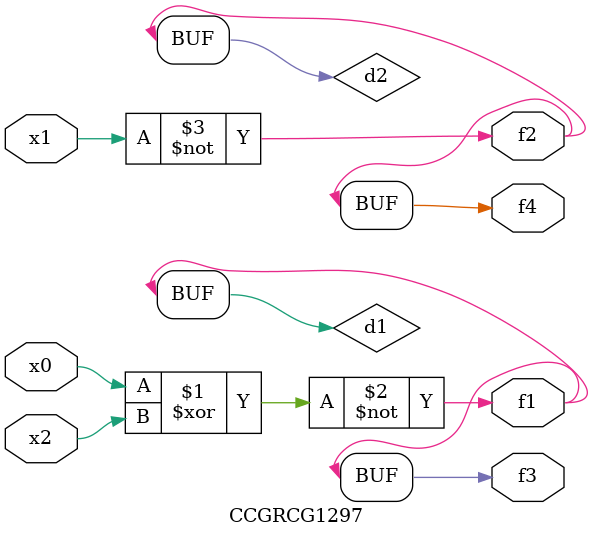
<source format=v>
module CCGRCG1297(
	input x0, x1, x2,
	output f1, f2, f3, f4
);

	wire d1, d2, d3;

	xnor (d1, x0, x2);
	nand (d2, x1);
	nor (d3, x1, x2);
	assign f1 = d1;
	assign f2 = d2;
	assign f3 = d1;
	assign f4 = d2;
endmodule

</source>
